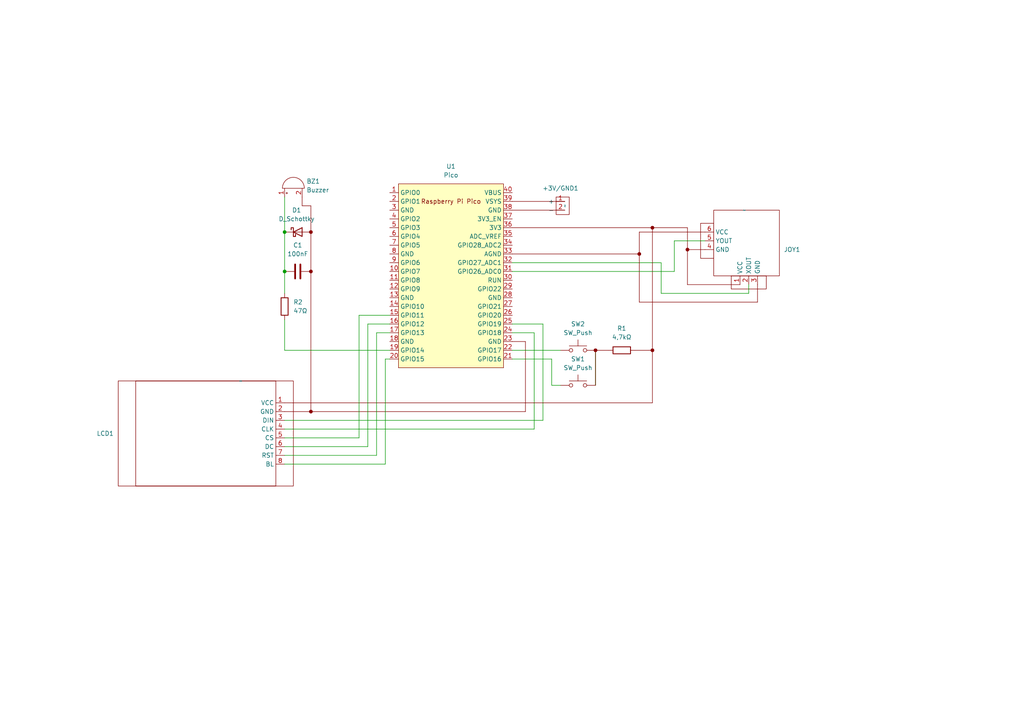
<source format=kicad_sch>
(kicad_sch (version 20230121) (generator eeschema)
  (paper "A4")
  (title_block (title "Shamino Console") (date "2024-02-15") (rev "0"))
  (lib_symbols
    (symbol "Device:Buzzer" (pin_names (offset 0.0254) hide)
      (property "Reference" "BZ" (at 3.81 1.27 0))
      (property "Value" "Buzzer" (at 3.81 -1.27 0))
      (symbol "Buzzer_0_1"
        (arc (start 0 -3.175) (mid 3.1612 0) (end 0 3.175))
        (polyline (pts (xy -1.651 1.905) (xy -1.143 1.905)))
        (polyline (pts (xy -1.397 2.159) (xy -1.397 1.651)))
        (polyline (pts (xy 0 3.175) (xy 0 -3.175)))
      )
      (symbol "Buzzer_1_1"
        (pin passive line (at -2.54 2.54 0) (length 2.54) (name "+") (number "1"))
        (pin passive line (at -2.54 -2.54 0) (length 2.54) (name "-") (number "2"))
      )
    )
    (symbol "Device:C" (pin_numbers hide) (pin_names (offset 0.254))
      (property "Reference" "C" (at 0.635 2.54 0))
      (property "Value" "C" (at 0.635 -2.54 0))
      (symbol "C_0_1"
        (polyline (pts (xy -2.032 -0.762) (xy 2.032 -0.762)) (stroke (width 0.508)))
        (polyline (pts (xy -2.032 0.762) (xy 2.032 0.762)) (stroke (width 0.508)))
      )
      (symbol "C_1_1"
        (pin passive line (at 0 3.81 270) (length 2.794) (name "~") (number "1"))
        (pin passive line (at 0 -3.81 90) (length 2.794) (name "~") (number "2"))
      )
    )
    (symbol "Device:D_Schottky" (pin_numbers hide) (pin_names (offset 1.016) hide)
      (property "Reference" "D" (at 0 2.54 0))
      (property "Value" "D_Schottky" (at 0 -2.54 0))
      (symbol "D_Schottky_0_1"
        (polyline (pts (xy 1.27 0) (xy -1.27 0)))
        (polyline (pts (xy 1.27 1.27) (xy 1.27 -1.27) (xy -1.27 0) (xy 1.27 1.27)) (stroke (width 0.254)))
        (polyline (pts (xy -1.905 0.635) (xy -1.905 1.27) (xy -1.27 1.27) (xy -1.27 -1.27) (xy -0.635 -1.27) (xy -0.635 -0.635)) (stroke (width 0.254)))
      )
      (symbol "D_Schottky_1_1"
        (pin passive line (at -3.81 0 0) (length 2.54) (name "K") (number "1"))
        (pin passive line (at 3.81 0 180) (length 2.54) (name "A") (number "2"))
      )
    )
    (symbol "Device:R" (pin_numbers hide) (pin_names (offset 0))
      (property "Reference" "R" (at 2.032 0 90))
      (property "Value" "R" (at 0 0 90))
      (symbol "R_0_1"
        (rectangle (start -1.016 -2.54) (end 1.016 2.54) (stroke (width 0.254)))
      )
      (symbol "R_1_1"
        (pin passive line (at 0 3.81 270) (length 1.27) (name "~") (number "1"))
        (pin passive line (at 0 -3.81 90) (length 1.27) (name "~") (number "2"))
      )
    )
    (symbol "Joystick:Analog_Joystick"
      (property "Reference" "JOY" (at 0 1.27 0))
      (symbol "Analog_Joystick_0_1"
        (rectangle (start -12.7 -3.81) (end -8.89 -13.97))
        (rectangle (start -8.89 0) (end 10.16 -19.05))
        (rectangle (start -3.81 -19.05) (end 6.35 -22.86))
      )
      (symbol "Analog_Joystick_1_1"
        (pin input line (at -1.27 -21.59 90) (length 2.54) (name "VCC") (number "1"))
        (pin input line (at 1.27 -21.59 90) (length 2.54) (name "XOUT") (number "2"))
        (pin input line (at 3.81 -21.59 90) (length 2.54) (name "GND") (number "3"))
        (pin input line (at -11.43 -11.43 0) (length 2.54) (name "GND") (number "4"))
        (pin input line (at -11.43 -8.89 0) (length 2.54) (name "YOUT") (number "5"))
        (pin input line (at -11.43 -6.35 0) (length 2.54) (name "VCC") (number "6"))
      )
    )
    (symbol "LCD:ST7735_1_8_Inch"
      (property "Reference" "LCD" (at 0 0 0))
      (symbol "ST7735_1_8_Inch_0_1"
        (rectangle (start -15.24 0) (end 35.56 -30.48))
        (rectangle (start -10.16 0) (end 30.48 -30.48))
      )
      (symbol "ST7735_1_8_Inch_1_1"
        (pin input line (at -12.7 -6.35 0) (length 2.54) (name "VCC") (number "1"))
        (pin input line (at -12.7 -8.89 0) (length 2.54) (name "GND") (number "2"))
        (pin input line (at -12.7 -11.43 0) (length 2.54) (name "DIN") (number "3"))
        (pin input line (at -12.7 -13.97 0) (length 2.54) (name "CLK") (number "4"))
        (pin input line (at -12.7 -16.51 0) (length 2.54) (name "CS") (number "5"))
        (pin input line (at -12.7 -19.05 0) (length 2.54) (name "DC") (number "6"))
        (pin input line (at -12.7 -21.59 0) (length 2.54) (name "RST") (number "7"))
        (pin input line (at -12.7 -24.13 0) (length 2.54) (name "BL") (number "8"))
      )
    )
    (symbol "MyCustomSymbols:PowerInput"
      (property "Reference" "U" (at 0 0 0))
      (symbol "PowerInput_0_1"
        (rectangle (start -2.54 2.54) (end 2.54 -1.27))
      )
      (symbol "PowerInput_1_1"
        (pin power_out line (at -1.27 0 90) (length 2.54) (name "+") (number "1"))
        (pin power_in line (at 1.27 0 90) (length 2.54) (name "-") (number "2"))
      )
    )
    (symbol "Raspberry Pi Pico:Pico"
      (property "Reference" "U1" (at 0 31.75 0))
      (property "Value" "Pico" (at 0 29.21 0))
      (symbol "Pico_0_0"
        (text "Raspberry Pi Pico" (at 0 21.59 0) (effects (font (size 1.27 1.27))))
      )
      (symbol "Pico_0_1"
        (rectangle (start -15.24 26.67) (end 15.24 -26.67) (fill (type background)))
      )
      (symbol "Pico_1_1"
        (pin bidirectional line (at -17.78 24.13 0) (length 2.54) (name "GPIO0") (number "1"))
        (pin bidirectional line (at -17.78 1.27 0) (length 2.54) (name "GPIO7") (number "10"))
        (pin bidirectional line (at -17.78 -1.27 0) (length 2.54) (name "GPIO8") (number "11"))
        (pin bidirectional line (at -17.78 -3.81 0) (length 2.54) (name "GPIO9") (number "12"))
        (pin power_in line (at -17.78 -6.35 0) (length 2.54) (name "GND") (number "13"))
        (pin bidirectional line (at -17.78 -8.89 0) (length 2.54) (name "GPIO10") (number "14"))
        (pin bidirectional line (at -17.78 -11.43 0) (length 2.54) (name "GPIO11") (number "15"))
        (pin bidirectional line (at -17.78 -13.97 0) (length 2.54) (name "GPIO12") (number "16"))
        (pin bidirectional line (at -17.78 -16.51 0) (length 2.54) (name "GPIO13") (number "17"))
        (pin power_in line (at -17.78 -19.05 0) (length 2.54) (name "GND") (number "18"))
        (pin bidirectional line (at -17.78 -21.59 0) (length 2.54) (name "GPIO14") (number "19"))
        (pin bidirectional line (at -17.78 21.59 0) (length 2.54) (name "GPIO1") (number "2"))
        (pin bidirectional line (at -17.78 -24.13 0) (length 2.54) (name "GPIO15") (number "20"))
        (pin bidirectional line (at 17.78 -24.13 180) (length 2.54) (name "GPIO16") (number "21"))
        (pin bidirectional line (at 17.78 -21.59 180) (length 2.54) (name "GPIO17") (number "22"))
        (pin power_in line (at 17.78 -19.05 180) (length 2.54) (name "GND") (number "23"))
        (pin bidirectional line (at 17.78 -16.51 180) (length 2.54) (name "GPIO18") (number "24"))
        (pin bidirectional line (at 17.78 -13.97 180) (length 2.54) (name "GPIO19") (number "25"))
        (pin bidirectional line (at 17.78 -11.43 180) (length 2.54) (name "GPIO20") (number "26"))
        (pin bidirectional line (at 17.78 -8.89 180) (length 2.54) (name "GPIO21") (number "27"))
        (pin power_in line (at 17.78 -6.35 180) (length 2.54) (name "GND") (number "28"))
        (pin bidirectional line (at 17.78 -3.81 180) (length 2.54) (name "GPIO22") (number "29"))
        (pin power_in line (at -17.78 19.05 0) (length 2.54) (name "GND") (number "3"))
        (pin input line (at 17.78 -1.27 180) (length 2.54) (name "RUN") (number "30"))
        (pin bidirectional line (at 17.78 1.27 180) (length 2.54) (name "GPIO26_ADC0") (number "31"))
        (pin bidirectional line (at 17.78 3.81 180) (length 2.54) (name "GPIO27_ADC1") (number "32"))
        (pin power_in line (at 17.78 6.35 180) (length 2.54) (name "AGND") (number "33"))
        (pin bidirectional line (at 17.78 8.89 180) (length 2.54) (name "GPIO28_ADC2") (number "34"))
        (pin power_in line (at 17.78 11.43 180) (length 2.54) (name "ADC_VREF") (number "35"))
        (pin power_in line (at 17.78 13.97 180) (length 2.54) (name "3V3") (number "36"))
        (pin input line (at 17.78 16.51 180) (length 2.54) (name "3V3_EN") (number "37"))
        (pin bidirectional line (at 17.78 19.05 180) (length 2.54) (name "GND") (number "38"))
        (pin power_in line (at 17.78 21.59 180) (length 2.54) (name "VSYS") (number "39"))
        (pin bidirectional line (at -17.78 16.51 0) (length 2.54) (name "GPIO2") (number "4"))
        (pin power_in line (at 17.78 24.13 180) (length 2.54) (name "VBUS") (number "40"))
        (pin bidirectional line (at -17.78 13.97 0) (length 2.54) (name "GPIO3") (number "5"))
        (pin bidirectional line (at -17.78 11.43 0) (length 2.54) (name "GPIO4") (number "6"))
        (pin bidirectional line (at -17.78 8.89 0) (length 2.54) (name "GPIO5") (number "7"))
        (pin power_in line (at -17.78 6.35 0) (length 2.54) (name "GND") (number "8"))
        (pin bidirectional line (at -17.78 3.81 0) (length 2.54) (name "GPIO6") (number "9"))
      )
    )
    (symbol "Switch:SW_Push" (pin_numbers hide) (pin_names (offset 1.016) hide)
      (property "Reference" "SW" (at 1.27 2.54 0))
      (property "Value" "SW_Push" (at 0 -1.524 0))
      (symbol "SW_Push_0_1"
        (circle (center -2.032 0) (radius 0.508))
        (polyline (pts (xy 0 1.27) (xy 0 3.048)))
        (polyline (pts (xy 2.54 1.27) (xy -2.54 1.27)))
        (circle (center 2.032 0) (radius 0.508))
        (pin passive line (at -5.08 0 0) (length 2.54) (name "1") (number "1"))
        (pin passive line (at 5.08 0 180) (length 2.54) (name "2") (number "2"))
      )
    )
  )
  (junction (at 82.55 78.74))
  (junction (at 189.23 66.04) (color 132 0 0 1))
  (junction (at 90.17 67.31) (color 132 0 0 1))
  (junction (at 90.17 119.38) (color 132 0 0 1))
  (junction (at 90.17 78.74) (color 132 0 0 1))
  (junction (at 199.39 72.39) (color 132 0 0 1))
  (junction (at 185.42 73.66) (color 132 0 0 1))
  (junction (at 172.72 101.6) (color 132 0 0 1))
  (junction (at 189.23 101.6) (color 132 0 0 1))
  (junction (at 82.55 67.31))
  (wire (pts (xy 148.59 104.14) (xy 160.02 104.14)))
  (wire (pts (xy 185.42 73.66) (xy 185.42 87.63)) (stroke (width 0) (color 132 0 0 1)))
  (wire (pts (xy 191.77 76.2) (xy 191.77 85.09)))
  (wire (pts (xy 104.14 91.44) (xy 104.14 127)))
  (wire (pts (xy 195.58 69.85) (xy 195.58 78.74)))
  (wire (pts (xy 82.55 132.08) (xy 109.22 132.08)))
  (wire (pts (xy 148.59 101.6) (xy 162.56 101.6)))
  (wire (pts (xy 106.68 93.98) (xy 113.03 93.98)))
  (wire (pts (xy 189.23 66.04) (xy 189.23 101.6)) (stroke (width 0) (color 132 0 0 1)))
  (wire (pts (xy 157.48 93.98) (xy 157.48 121.92)))
  (wire (pts (xy 82.55 119.38) (xy 90.17 119.38)) (stroke (width 0) (color 132 0 0 1)))
  (wire (pts (xy 189.23 101.6) (xy 189.23 116.84)) (stroke (width 0) (color 132 0 0 1)))
  (wire (pts (xy 152.4 99.06) (xy 152.4 119.38)) (stroke (width 0) (color 132 0 0 1)))
  (wire (pts (xy 148.59 78.74) (xy 195.58 78.74)))
  (wire (pts (xy 191.77 85.09) (xy 217.17 85.09)))
  (wire (pts (xy 111.76 104.14) (xy 113.03 104.14)))
  (wire (pts (xy 90.17 59.69) (xy 90.17 67.31)) (stroke (width 0) (color 132 0 0 1)))
  (wire (pts (xy 90.17 78.74) (xy 90.17 119.38)) (stroke (width 0) (color 132 0 0 1)))
  (wire (pts (xy 148.59 66.04) (xy 189.23 66.04)) (stroke (width 0) (color 132 0 0 1)))
  (wire (pts (xy 82.55 92.71) (xy 82.55 101.6)))
  (wire (pts (xy 109.22 96.52) (xy 113.03 96.52)))
  (wire (pts (xy 185.42 67.31) (xy 185.42 73.66)) (stroke (width 0) (color 132 0 0 1)))
  (wire (pts (xy 82.55 121.92) (xy 157.48 121.92)))
  (wire (pts (xy 82.55 134.62) (xy 111.76 134.62)))
  (wire (pts (xy 160.02 111.76) (xy 162.56 111.76)))
  (wire (pts (xy 199.39 72.39) (xy 204.47 72.39)) (stroke (width 0) (color 132 0 0 1)))
  (wire (pts (xy 148.59 96.52) (xy 154.94 96.52)))
  (wire (pts (xy 189.23 66.04) (xy 199.39 66.04)) (stroke (width 0) (color 132 0 0 1)))
  (wire (pts (xy 160.02 104.14) (xy 160.02 111.76)))
  (wire (pts (xy 217.17 82.55) (xy 217.17 85.09)))
  (wire (pts (xy 148.59 99.06) (xy 152.4 99.06)) (stroke (width 0) (color 132 0 0 1)))
  (wire (pts (xy 148.59 93.98) (xy 157.48 93.98)))
  (wire (pts (xy 82.55 78.74) (xy 82.55 85.09)))
  (wire (pts (xy 199.39 66.04) (xy 199.39 72.39)) (stroke (width 0) (color 132 0 0 1)))
  (wire (pts (xy 82.55 124.46) (xy 154.94 124.46)))
  (wire (pts (xy 104.14 91.44) (xy 113.03 91.44)))
  (wire (pts (xy 87.63 59.69) (xy 90.17 59.69)) (stroke (width 0) (color 132 0 0 1)))
  (wire (pts (xy 189.23 101.6) (xy 184.15 101.6)) (stroke (width 0) (color 132 0 0 1)))
  (wire (pts (xy 172.72 101.6) (xy 172.72 111.76)))
  (wire (pts (xy 82.55 116.84) (xy 189.23 116.84)) (stroke (width 0) (color 132 0 0 1)))
  (wire (pts (xy 148.59 76.2) (xy 191.77 76.2)))
  (wire (pts (xy 82.55 101.6) (xy 113.03 101.6)))
  (wire (pts (xy 199.39 72.39) (xy 199.39 82.55)) (stroke (width 0) (color 132 0 0 1)))
  (wire (pts (xy 148.59 58.42) (xy 163.83 58.42)) (stroke (width 0) (color 132 0 0 1)))
  (wire (pts (xy 172.72 101.6) (xy 172.72 111.76)) (stroke (width 0) (color 132 0 0 1)))
  (wire (pts (xy 199.39 82.55) (xy 214.63 82.55)) (stroke (width 0) (color 132 0 0 1)))
  (wire (pts (xy 90.17 119.38) (xy 152.4 119.38)) (stroke (width 0) (color 132 0 0 1)))
  (wire (pts (xy 176.53 101.6) (xy 172.72 101.6)) (stroke (width 0) (color 132 0 0 1)))
  (wire (pts (xy 109.22 96.52) (xy 109.22 132.08)))
  (wire (pts (xy 82.55 67.31) (xy 82.55 78.74)))
  (wire (pts (xy 185.42 87.63) (xy 219.71 87.63)) (stroke (width 0) (color 132 0 0 1)))
  (wire (pts (xy 90.17 67.31) (xy 90.17 78.74)) (stroke (width 0) (color 132 0 0 1)))
  (wire (pts (xy 148.59 60.96) (xy 163.83 60.96)) (stroke (width 0) (color 132 0 0 1)))
  (wire (pts (xy 204.47 69.85) (xy 195.58 69.85)))
  (wire (pts (xy 87.63 57.15) (xy 87.63 59.69)) (stroke (width 0) (color 132 0 0 1)))
  (wire (pts (xy 106.68 93.98) (xy 106.68 129.54)))
  (wire (pts (xy 148.59 73.66) (xy 185.42 73.66)) (stroke (width 0) (color 132 0 0 1)))
  (wire (pts (xy 219.71 82.55) (xy 219.71 87.63)) (stroke (width 0) (color 132 0 0 1)))
  (wire (pts (xy 111.76 104.14) (xy 111.76 134.62)))
  (wire (pts (xy 154.94 96.52) (xy 154.94 124.46)))
  (wire (pts (xy 82.55 127) (xy 104.14 127)))
  (wire (pts (xy 185.42 67.31) (xy 204.47 67.31)) (stroke (width 0) (color 132 0 0 1)))
  (wire (pts (xy 82.55 129.54) (xy 106.68 129.54)))
  (wire (pts (xy 82.55 57.15) (xy 82.55 67.31)))
  (symbol (lib_id "Device:D_Schottky") (at 86.36 67.31 0) (unit 1)
    (property "Reference" "D1" (at 86.0425 60.96 0))
    (property "Value" "D_Schottky" (at 86.0425 63.5 0))
    (property "Footprint" "Diode_THT:D_DO-41_SOD81_P7.62mm_Horizontal" (effects hide))
  )
  (symbol (lib_id "LCD:ST7735_1_8_Inch") (at 69.85 110.49 0) (mirror y) (unit 1)
    (property "Reference" "LCD1" (at 33.02 125.73 0) (effects (justify left)))
    (property "Value" "~" (at 69.85 110.49 0))
    (property "Footprint" "1.8inchLCD:1.8Inch_ST7735" (effects hide))
  )
  (symbol (lib_id "Device:R") (at 82.55 88.9 0) (unit 1)
    (property "Reference" "R2" (at 85.09 87.63 0) (effects (justify left)))
    (property "Value" "47Ω" (at 85.09 90.17 0) (effects (justify left)))
    (property "Footprint" "Resistor_THT:R_Axial_DIN0411_L9.9mm_D3.6mm_P12.70mm_Horizontal" (effects hide))
  )
  (symbol (lib_id "Device:R") (at 180.34 101.6 270) (unit 1)
    (property "Reference" "R1" (at 180.34 95.25 90))
    (property "Value" "4,7kΩ" (at 180.34 97.79 90))
    (property "Footprint" "Resistor_THT:R_Axial_DIN0411_L9.9mm_D3.6mm_P12.70mm_Horizontal" (effects hide))
  )
  (symbol (lib_id "Switch:SW_Push") (at 167.64 111.76 0) (mirror y) (unit 1)
    (property "Reference" "SW1" (at 167.64 104.14 0))
    (property "Value" "SW_Push" (at 167.64 106.68 0))
    (property "Footprint" "Button_Switch_THT:SW_PUSH-12mm" (effects hide))
  )
  (symbol (lib_id "Device:C") (at 86.36 78.74 90) (unit 1)
    (property "Reference" "C1" (at 86.36 71.12 90))
    (property "Value" "100nF" (at 86.36 73.66 90))
    (property "Footprint" "Capacitor_THT:C_Disc_D5.0mm_W2.5mm_P5.00mm" (effects hide))
  )
  (symbol (lib_id "Joystick:Analog_Joystick") (at 215.9 60.96 0) (unit 1)
    (property "Reference" "JOY1" (at 227.33 72.39 0) (effects (justify left)))
    (property "Value" "~" (at 215.9 60.96 0))
    (property "Footprint" "ThumbJoystick:Thumb Joystick" (effects hide))
  )
  (symbol (lib_id "Switch:SW_Push") (at 167.64 101.6 0) (mirror y) (unit 1)
    (property "Reference" "SW2" (at 167.64 93.98 0))
    (property "Value" "SW_Push" (at 167.64 96.52 0))
    (property "Footprint" "Button_Switch_THT:SW_PUSH-12mm" (effects hide))
  )
  (symbol (lib_id "Device:Buzzer") (at 85.09 54.61 90) (unit 1)
    (property "Reference" "BZ1" (at 88.9 52.5849 90) (effects (justify right)))
    (property "Value" "Buzzer" (at 88.9 55.1249 90) (effects (justify right)))
    (property "Footprint" "Buzzer_Beeper:Buzzer_12x9.5RM7.6" (effects hide))
  )
  (symbol (lib_id "MyCustomSymbols:PowerInput") (at 163.83 59.69 90) (mirror x) (unit 1)
    (property "Reference" "+3V/GND1" (at 162.56 54.61 90))
    (property "Value" "~" (at 163.83 59.69 0))
    (property "Footprint" "Power:PowerPins" (effects hide))
  )
  (symbol (lib_id "Raspberry Pi Pico:Pico") (at 130.81 80.01 0) (unit 1)
    (property "Reference" "U1" (at 130.81 48.26 0))
    (property "Value" "Pico" (at 130.81 50.8 0))
    (property "Footprint" "Raspberry Pi Pico:RPi_Pico_SMD_TH" (effects hide))
  )
)
</source>
